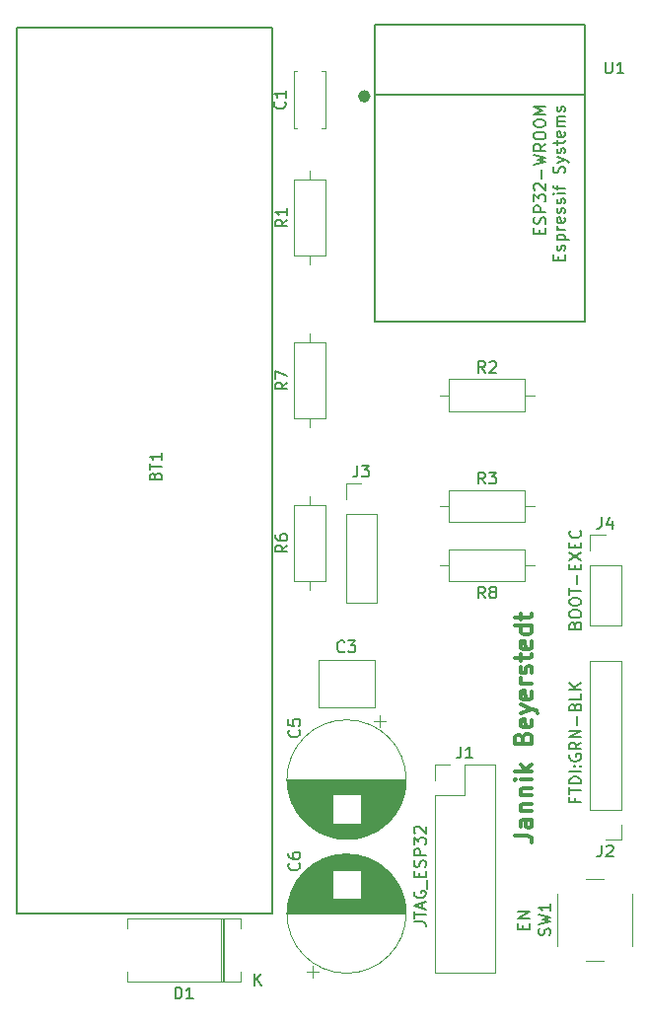
<source format=gto>
G04 #@! TF.GenerationSoftware,KiCad,Pcbnew,(5.0.0-3-g5ebb6b6)*
G04 #@! TF.CreationDate,2018-08-06T20:02:11+02:00*
G04 #@! TF.ProjectId,esp32-sensornode,65737033322D73656E736F726E6F6465,rev?*
G04 #@! TF.SameCoordinates,Original*
G04 #@! TF.FileFunction,Legend,Top*
G04 #@! TF.FilePolarity,Positive*
%FSLAX46Y46*%
G04 Gerber Fmt 4.6, Leading zero omitted, Abs format (unit mm)*
G04 Created by KiCad (PCBNEW (5.0.0-3-g5ebb6b6)) date Monday, 06 August 2018 at 20:02:11*
%MOMM*%
%LPD*%
G01*
G04 APERTURE LIST*
%ADD10C,0.300000*%
%ADD11C,0.150000*%
%ADD12C,0.120000*%
%ADD13C,0.500000*%
G04 APERTURE END LIST*
D10*
X220793571Y-120339285D02*
X221865000Y-120339285D01*
X222079285Y-120410714D01*
X222222142Y-120553571D01*
X222293571Y-120767857D01*
X222293571Y-120910714D01*
X222293571Y-118982142D02*
X221507857Y-118982142D01*
X221365000Y-119053571D01*
X221293571Y-119196428D01*
X221293571Y-119482142D01*
X221365000Y-119625000D01*
X222222142Y-118982142D02*
X222293571Y-119125000D01*
X222293571Y-119482142D01*
X222222142Y-119625000D01*
X222079285Y-119696428D01*
X221936428Y-119696428D01*
X221793571Y-119625000D01*
X221722142Y-119482142D01*
X221722142Y-119125000D01*
X221650714Y-118982142D01*
X221293571Y-118267857D02*
X222293571Y-118267857D01*
X221436428Y-118267857D02*
X221365000Y-118196428D01*
X221293571Y-118053571D01*
X221293571Y-117839285D01*
X221365000Y-117696428D01*
X221507857Y-117625000D01*
X222293571Y-117625000D01*
X221293571Y-116910714D02*
X222293571Y-116910714D01*
X221436428Y-116910714D02*
X221365000Y-116839285D01*
X221293571Y-116696428D01*
X221293571Y-116482142D01*
X221365000Y-116339285D01*
X221507857Y-116267857D01*
X222293571Y-116267857D01*
X222293571Y-115553571D02*
X221293571Y-115553571D01*
X220793571Y-115553571D02*
X220865000Y-115625000D01*
X220936428Y-115553571D01*
X220865000Y-115482142D01*
X220793571Y-115553571D01*
X220936428Y-115553571D01*
X222293571Y-114839285D02*
X220793571Y-114839285D01*
X221722142Y-114696428D02*
X222293571Y-114267857D01*
X221293571Y-114267857D02*
X221865000Y-114839285D01*
X221507857Y-111982142D02*
X221579285Y-111767857D01*
X221650714Y-111696428D01*
X221793571Y-111625000D01*
X222007857Y-111625000D01*
X222150714Y-111696428D01*
X222222142Y-111767857D01*
X222293571Y-111910714D01*
X222293571Y-112482142D01*
X220793571Y-112482142D01*
X220793571Y-111982142D01*
X220865000Y-111839285D01*
X220936428Y-111767857D01*
X221079285Y-111696428D01*
X221222142Y-111696428D01*
X221365000Y-111767857D01*
X221436428Y-111839285D01*
X221507857Y-111982142D01*
X221507857Y-112482142D01*
X222222142Y-110410714D02*
X222293571Y-110553571D01*
X222293571Y-110839285D01*
X222222142Y-110982142D01*
X222079285Y-111053571D01*
X221507857Y-111053571D01*
X221365000Y-110982142D01*
X221293571Y-110839285D01*
X221293571Y-110553571D01*
X221365000Y-110410714D01*
X221507857Y-110339285D01*
X221650714Y-110339285D01*
X221793571Y-111053571D01*
X221293571Y-109839285D02*
X222293571Y-109482142D01*
X221293571Y-109125000D02*
X222293571Y-109482142D01*
X222650714Y-109625000D01*
X222722142Y-109696428D01*
X222793571Y-109839285D01*
X222222142Y-107982142D02*
X222293571Y-108125000D01*
X222293571Y-108410714D01*
X222222142Y-108553571D01*
X222079285Y-108625000D01*
X221507857Y-108625000D01*
X221365000Y-108553571D01*
X221293571Y-108410714D01*
X221293571Y-108125000D01*
X221365000Y-107982142D01*
X221507857Y-107910714D01*
X221650714Y-107910714D01*
X221793571Y-108625000D01*
X222293571Y-107267857D02*
X221293571Y-107267857D01*
X221579285Y-107267857D02*
X221436428Y-107196428D01*
X221365000Y-107125000D01*
X221293571Y-106982142D01*
X221293571Y-106839285D01*
X222222142Y-106410714D02*
X222293571Y-106267857D01*
X222293571Y-105982142D01*
X222222142Y-105839285D01*
X222079285Y-105767857D01*
X222007857Y-105767857D01*
X221865000Y-105839285D01*
X221793571Y-105982142D01*
X221793571Y-106196428D01*
X221722142Y-106339285D01*
X221579285Y-106410714D01*
X221507857Y-106410714D01*
X221365000Y-106339285D01*
X221293571Y-106196428D01*
X221293571Y-105982142D01*
X221365000Y-105839285D01*
X221293571Y-105339285D02*
X221293571Y-104767857D01*
X220793571Y-105125000D02*
X222079285Y-105125000D01*
X222222142Y-105053571D01*
X222293571Y-104910714D01*
X222293571Y-104767857D01*
X222222142Y-103696428D02*
X222293571Y-103839285D01*
X222293571Y-104125000D01*
X222222142Y-104267857D01*
X222079285Y-104339285D01*
X221507857Y-104339285D01*
X221365000Y-104267857D01*
X221293571Y-104125000D01*
X221293571Y-103839285D01*
X221365000Y-103696428D01*
X221507857Y-103625000D01*
X221650714Y-103625000D01*
X221793571Y-104339285D01*
X222293571Y-102339285D02*
X220793571Y-102339285D01*
X222222142Y-102339285D02*
X222293571Y-102482142D01*
X222293571Y-102767857D01*
X222222142Y-102910714D01*
X222150714Y-102982142D01*
X222007857Y-103053571D01*
X221579285Y-103053571D01*
X221436428Y-102982142D01*
X221365000Y-102910714D01*
X221293571Y-102767857D01*
X221293571Y-102482142D01*
X221365000Y-102339285D01*
X221293571Y-101839285D02*
X221293571Y-101267857D01*
X220793571Y-101625000D02*
X222079285Y-101625000D01*
X222222142Y-101553571D01*
X222293571Y-101410714D01*
X222293571Y-101267857D01*
D11*
G04 #@! TO.C,BT1*
X200030000Y-126995000D02*
X178030000Y-126995000D01*
X200030000Y-50995000D02*
X200030000Y-126995000D01*
X178030000Y-50995000D02*
X200030000Y-50995000D01*
X178030000Y-126995000D02*
X178030000Y-50995000D01*
D12*
G04 #@! TO.C,C3*
X203935000Y-105295000D02*
X208775000Y-105295000D01*
X203935000Y-109335000D02*
X208775000Y-109335000D01*
X203935000Y-105295000D02*
X203935000Y-109335000D01*
X208775000Y-105295000D02*
X208775000Y-109335000D01*
G04 #@! TO.C,J2*
X229930000Y-105350000D02*
X227270000Y-105350000D01*
X229930000Y-118110000D02*
X229930000Y-105350000D01*
X227270000Y-118110000D02*
X227270000Y-105350000D01*
X229930000Y-118110000D02*
X227270000Y-118110000D01*
X229930000Y-119380000D02*
X229930000Y-120710000D01*
X229930000Y-120710000D02*
X228600000Y-120710000D01*
G04 #@! TO.C,J3*
X206315000Y-100390000D02*
X208975000Y-100390000D01*
X206315000Y-92710000D02*
X206315000Y-100390000D01*
X208975000Y-92710000D02*
X208975000Y-100390000D01*
X206315000Y-92710000D02*
X208975000Y-92710000D01*
X206315000Y-91440000D02*
X206315000Y-90110000D01*
X206315000Y-90110000D02*
X207645000Y-90110000D01*
G04 #@! TO.C,J4*
X227270000Y-102295000D02*
X229930000Y-102295000D01*
X227270000Y-97155000D02*
X227270000Y-102295000D01*
X229930000Y-97155000D02*
X229930000Y-102295000D01*
X227270000Y-97155000D02*
X229930000Y-97155000D01*
X227270000Y-95885000D02*
X227270000Y-94555000D01*
X227270000Y-94555000D02*
X228600000Y-94555000D01*
G04 #@! TO.C,R1*
X201830000Y-70580000D02*
X204570000Y-70580000D01*
X204570000Y-70580000D02*
X204570000Y-64040000D01*
X204570000Y-64040000D02*
X201830000Y-64040000D01*
X201830000Y-64040000D02*
X201830000Y-70580000D01*
X203200000Y-71350000D02*
X203200000Y-70580000D01*
X203200000Y-63270000D02*
X203200000Y-64040000D01*
G04 #@! TO.C,R2*
X222480000Y-82550000D02*
X221710000Y-82550000D01*
X214400000Y-82550000D02*
X215170000Y-82550000D01*
X221710000Y-81180000D02*
X215170000Y-81180000D01*
X221710000Y-83920000D02*
X221710000Y-81180000D01*
X215170000Y-83920000D02*
X221710000Y-83920000D01*
X215170000Y-81180000D02*
X215170000Y-83920000D01*
G04 #@! TO.C,R3*
X222480000Y-92075000D02*
X221710000Y-92075000D01*
X214400000Y-92075000D02*
X215170000Y-92075000D01*
X221710000Y-90705000D02*
X215170000Y-90705000D01*
X221710000Y-93445000D02*
X221710000Y-90705000D01*
X215170000Y-93445000D02*
X221710000Y-93445000D01*
X215170000Y-90705000D02*
X215170000Y-93445000D01*
G04 #@! TO.C,R6*
X201830000Y-98520000D02*
X204570000Y-98520000D01*
X204570000Y-98520000D02*
X204570000Y-91980000D01*
X204570000Y-91980000D02*
X201830000Y-91980000D01*
X201830000Y-91980000D02*
X201830000Y-98520000D01*
X203200000Y-99290000D02*
X203200000Y-98520000D01*
X203200000Y-91210000D02*
X203200000Y-91980000D01*
G04 #@! TO.C,R7*
X201830000Y-84550000D02*
X204570000Y-84550000D01*
X204570000Y-84550000D02*
X204570000Y-78010000D01*
X204570000Y-78010000D02*
X201830000Y-78010000D01*
X201830000Y-78010000D02*
X201830000Y-84550000D01*
X203200000Y-85320000D02*
X203200000Y-84550000D01*
X203200000Y-77240000D02*
X203200000Y-78010000D01*
D13*
G04 #@! TO.C,U1*
X208182981Y-56896000D02*
G75*
G03X208182981Y-56896000I-283981J0D01*
G01*
D11*
X226805000Y-56750000D02*
X208805000Y-56750000D01*
X208805000Y-50750000D02*
X208805000Y-76250000D01*
X226805000Y-50750000D02*
X226805000Y-76250000D01*
X226805000Y-76250000D02*
X208805000Y-76250000D01*
X226805000Y-50750000D02*
X208805000Y-50750000D01*
D12*
G04 #@! TO.C,SW1*
X230925000Y-129810000D02*
X230925000Y-125310000D01*
X226925000Y-131060000D02*
X228425000Y-131060000D01*
X224425000Y-125310000D02*
X224425000Y-129810000D01*
X228425000Y-124060000D02*
X226925000Y-124060000D01*
G04 #@! TO.C,R8*
X221710000Y-98525000D02*
X221710000Y-95785000D01*
X221710000Y-95785000D02*
X215170000Y-95785000D01*
X215170000Y-95785000D02*
X215170000Y-98525000D01*
X215170000Y-98525000D02*
X221710000Y-98525000D01*
X222480000Y-97155000D02*
X221710000Y-97155000D01*
X214400000Y-97155000D02*
X215170000Y-97155000D01*
G04 #@! TO.C,J1*
X213935000Y-132140000D02*
X219135000Y-132140000D01*
X213935000Y-116840000D02*
X213935000Y-132140000D01*
X219135000Y-114240000D02*
X219135000Y-132140000D01*
X213935000Y-116840000D02*
X216535000Y-116840000D01*
X216535000Y-116840000D02*
X216535000Y-114240000D01*
X216535000Y-114240000D02*
X219135000Y-114240000D01*
X213935000Y-115570000D02*
X213935000Y-114240000D01*
X213935000Y-114240000D02*
X215265000Y-114240000D01*
G04 #@! TO.C,C1*
X201830000Y-59660000D02*
X201830000Y-54720000D01*
X204570000Y-59660000D02*
X204570000Y-54720000D01*
X201830000Y-59660000D02*
X202145000Y-59660000D01*
X204255000Y-59660000D02*
X204570000Y-59660000D01*
X201830000Y-54720000D02*
X202145000Y-54720000D01*
X204255000Y-54720000D02*
X204570000Y-54720000D01*
G04 #@! TO.C,C5*
X211495000Y-115530000D02*
G75*
G03X211495000Y-115530000I-5120000J0D01*
G01*
X211455000Y-115530000D02*
X201295000Y-115530000D01*
X211455000Y-115570000D02*
X201295000Y-115570000D01*
X211455000Y-115610000D02*
X201295000Y-115610000D01*
X211454000Y-115650000D02*
X201296000Y-115650000D01*
X211453000Y-115690000D02*
X201297000Y-115690000D01*
X211452000Y-115730000D02*
X201298000Y-115730000D01*
X211450000Y-115770000D02*
X201300000Y-115770000D01*
X211448000Y-115810000D02*
X201302000Y-115810000D01*
X211445000Y-115850000D02*
X201305000Y-115850000D01*
X211443000Y-115890000D02*
X201307000Y-115890000D01*
X211440000Y-115930000D02*
X201310000Y-115930000D01*
X211437000Y-115970000D02*
X201313000Y-115970000D01*
X211433000Y-116010000D02*
X201317000Y-116010000D01*
X211429000Y-116050000D02*
X201321000Y-116050000D01*
X211425000Y-116090000D02*
X201325000Y-116090000D01*
X211420000Y-116130000D02*
X201330000Y-116130000D01*
X211415000Y-116170000D02*
X201335000Y-116170000D01*
X211410000Y-116210000D02*
X201340000Y-116210000D01*
X211405000Y-116251000D02*
X201345000Y-116251000D01*
X211399000Y-116291000D02*
X201351000Y-116291000D01*
X211393000Y-116331000D02*
X201357000Y-116331000D01*
X211386000Y-116371000D02*
X201364000Y-116371000D01*
X211379000Y-116411000D02*
X201371000Y-116411000D01*
X211372000Y-116451000D02*
X201378000Y-116451000D01*
X211365000Y-116491000D02*
X201385000Y-116491000D01*
X211357000Y-116531000D02*
X201393000Y-116531000D01*
X211349000Y-116571000D02*
X201401000Y-116571000D01*
X211340000Y-116611000D02*
X201410000Y-116611000D01*
X211331000Y-116651000D02*
X201419000Y-116651000D01*
X211322000Y-116691000D02*
X201428000Y-116691000D01*
X211313000Y-116731000D02*
X201437000Y-116731000D01*
X211303000Y-116771000D02*
X201447000Y-116771000D01*
X211293000Y-116811000D02*
X207616000Y-116811000D01*
X205134000Y-116811000D02*
X201457000Y-116811000D01*
X211282000Y-116851000D02*
X207616000Y-116851000D01*
X205134000Y-116851000D02*
X201468000Y-116851000D01*
X211272000Y-116891000D02*
X207616000Y-116891000D01*
X205134000Y-116891000D02*
X201478000Y-116891000D01*
X211260000Y-116931000D02*
X207616000Y-116931000D01*
X205134000Y-116931000D02*
X201490000Y-116931000D01*
X211249000Y-116971000D02*
X207616000Y-116971000D01*
X205134000Y-116971000D02*
X201501000Y-116971000D01*
X211237000Y-117011000D02*
X207616000Y-117011000D01*
X205134000Y-117011000D02*
X201513000Y-117011000D01*
X211225000Y-117051000D02*
X207616000Y-117051000D01*
X205134000Y-117051000D02*
X201525000Y-117051000D01*
X211212000Y-117091000D02*
X207616000Y-117091000D01*
X205134000Y-117091000D02*
X201538000Y-117091000D01*
X211199000Y-117131000D02*
X207616000Y-117131000D01*
X205134000Y-117131000D02*
X201551000Y-117131000D01*
X211186000Y-117171000D02*
X207616000Y-117171000D01*
X205134000Y-117171000D02*
X201564000Y-117171000D01*
X211172000Y-117211000D02*
X207616000Y-117211000D01*
X205134000Y-117211000D02*
X201578000Y-117211000D01*
X211158000Y-117251000D02*
X207616000Y-117251000D01*
X205134000Y-117251000D02*
X201592000Y-117251000D01*
X211143000Y-117291000D02*
X207616000Y-117291000D01*
X205134000Y-117291000D02*
X201607000Y-117291000D01*
X211129000Y-117331000D02*
X207616000Y-117331000D01*
X205134000Y-117331000D02*
X201621000Y-117331000D01*
X211113000Y-117371000D02*
X207616000Y-117371000D01*
X205134000Y-117371000D02*
X201637000Y-117371000D01*
X211098000Y-117411000D02*
X207616000Y-117411000D01*
X205134000Y-117411000D02*
X201652000Y-117411000D01*
X211082000Y-117451000D02*
X207616000Y-117451000D01*
X205134000Y-117451000D02*
X201668000Y-117451000D01*
X211065000Y-117491000D02*
X207616000Y-117491000D01*
X205134000Y-117491000D02*
X201685000Y-117491000D01*
X211049000Y-117531000D02*
X207616000Y-117531000D01*
X205134000Y-117531000D02*
X201701000Y-117531000D01*
X211032000Y-117571000D02*
X207616000Y-117571000D01*
X205134000Y-117571000D02*
X201718000Y-117571000D01*
X211014000Y-117611000D02*
X207616000Y-117611000D01*
X205134000Y-117611000D02*
X201736000Y-117611000D01*
X210996000Y-117651000D02*
X207616000Y-117651000D01*
X205134000Y-117651000D02*
X201754000Y-117651000D01*
X210978000Y-117691000D02*
X207616000Y-117691000D01*
X205134000Y-117691000D02*
X201772000Y-117691000D01*
X210959000Y-117731000D02*
X207616000Y-117731000D01*
X205134000Y-117731000D02*
X201791000Y-117731000D01*
X210939000Y-117771000D02*
X207616000Y-117771000D01*
X205134000Y-117771000D02*
X201811000Y-117771000D01*
X210920000Y-117811000D02*
X207616000Y-117811000D01*
X205134000Y-117811000D02*
X201830000Y-117811000D01*
X210900000Y-117851000D02*
X207616000Y-117851000D01*
X205134000Y-117851000D02*
X201850000Y-117851000D01*
X210879000Y-117891000D02*
X207616000Y-117891000D01*
X205134000Y-117891000D02*
X201871000Y-117891000D01*
X210858000Y-117931000D02*
X207616000Y-117931000D01*
X205134000Y-117931000D02*
X201892000Y-117931000D01*
X210837000Y-117971000D02*
X207616000Y-117971000D01*
X205134000Y-117971000D02*
X201913000Y-117971000D01*
X210815000Y-118011000D02*
X207616000Y-118011000D01*
X205134000Y-118011000D02*
X201935000Y-118011000D01*
X210792000Y-118051000D02*
X207616000Y-118051000D01*
X205134000Y-118051000D02*
X201958000Y-118051000D01*
X210770000Y-118091000D02*
X207616000Y-118091000D01*
X205134000Y-118091000D02*
X201980000Y-118091000D01*
X210746000Y-118131000D02*
X207616000Y-118131000D01*
X205134000Y-118131000D02*
X202004000Y-118131000D01*
X210722000Y-118171000D02*
X207616000Y-118171000D01*
X205134000Y-118171000D02*
X202028000Y-118171000D01*
X210698000Y-118211000D02*
X207616000Y-118211000D01*
X205134000Y-118211000D02*
X202052000Y-118211000D01*
X210673000Y-118251000D02*
X207616000Y-118251000D01*
X205134000Y-118251000D02*
X202077000Y-118251000D01*
X210648000Y-118291000D02*
X207616000Y-118291000D01*
X205134000Y-118291000D02*
X202102000Y-118291000D01*
X210622000Y-118331000D02*
X207616000Y-118331000D01*
X205134000Y-118331000D02*
X202128000Y-118331000D01*
X210596000Y-118371000D02*
X207616000Y-118371000D01*
X205134000Y-118371000D02*
X202154000Y-118371000D01*
X210569000Y-118411000D02*
X207616000Y-118411000D01*
X205134000Y-118411000D02*
X202181000Y-118411000D01*
X210541000Y-118451000D02*
X207616000Y-118451000D01*
X205134000Y-118451000D02*
X202209000Y-118451000D01*
X210513000Y-118491000D02*
X207616000Y-118491000D01*
X205134000Y-118491000D02*
X202237000Y-118491000D01*
X210485000Y-118531000D02*
X207616000Y-118531000D01*
X205134000Y-118531000D02*
X202265000Y-118531000D01*
X210455000Y-118571000D02*
X207616000Y-118571000D01*
X205134000Y-118571000D02*
X202295000Y-118571000D01*
X210425000Y-118611000D02*
X207616000Y-118611000D01*
X205134000Y-118611000D02*
X202325000Y-118611000D01*
X210395000Y-118651000D02*
X207616000Y-118651000D01*
X205134000Y-118651000D02*
X202355000Y-118651000D01*
X210364000Y-118691000D02*
X207616000Y-118691000D01*
X205134000Y-118691000D02*
X202386000Y-118691000D01*
X210332000Y-118731000D02*
X207616000Y-118731000D01*
X205134000Y-118731000D02*
X202418000Y-118731000D01*
X210300000Y-118771000D02*
X207616000Y-118771000D01*
X205134000Y-118771000D02*
X202450000Y-118771000D01*
X210267000Y-118811000D02*
X207616000Y-118811000D01*
X205134000Y-118811000D02*
X202483000Y-118811000D01*
X210233000Y-118851000D02*
X207616000Y-118851000D01*
X205134000Y-118851000D02*
X202517000Y-118851000D01*
X210199000Y-118891000D02*
X207616000Y-118891000D01*
X205134000Y-118891000D02*
X202551000Y-118891000D01*
X210164000Y-118931000D02*
X207616000Y-118931000D01*
X205134000Y-118931000D02*
X202586000Y-118931000D01*
X210128000Y-118971000D02*
X207616000Y-118971000D01*
X205134000Y-118971000D02*
X202622000Y-118971000D01*
X210091000Y-119011000D02*
X207616000Y-119011000D01*
X205134000Y-119011000D02*
X202659000Y-119011000D01*
X210054000Y-119051000D02*
X207616000Y-119051000D01*
X205134000Y-119051000D02*
X202696000Y-119051000D01*
X210015000Y-119091000D02*
X207616000Y-119091000D01*
X205134000Y-119091000D02*
X202735000Y-119091000D01*
X209976000Y-119131000D02*
X207616000Y-119131000D01*
X205134000Y-119131000D02*
X202774000Y-119131000D01*
X209936000Y-119171000D02*
X207616000Y-119171000D01*
X205134000Y-119171000D02*
X202814000Y-119171000D01*
X209895000Y-119211000D02*
X207616000Y-119211000D01*
X205134000Y-119211000D02*
X202855000Y-119211000D01*
X209853000Y-119251000D02*
X207616000Y-119251000D01*
X205134000Y-119251000D02*
X202897000Y-119251000D01*
X209811000Y-119291000D02*
X202939000Y-119291000D01*
X209767000Y-119331000D02*
X202983000Y-119331000D01*
X209722000Y-119371000D02*
X203028000Y-119371000D01*
X209676000Y-119411000D02*
X203074000Y-119411000D01*
X209629000Y-119451000D02*
X203121000Y-119451000D01*
X209581000Y-119491000D02*
X203169000Y-119491000D01*
X209531000Y-119531000D02*
X203219000Y-119531000D01*
X209481000Y-119571000D02*
X203269000Y-119571000D01*
X209429000Y-119611000D02*
X203321000Y-119611000D01*
X209375000Y-119651000D02*
X203375000Y-119651000D01*
X209320000Y-119691000D02*
X203430000Y-119691000D01*
X209264000Y-119731000D02*
X203486000Y-119731000D01*
X209205000Y-119771000D02*
X203545000Y-119771000D01*
X209145000Y-119811000D02*
X203605000Y-119811000D01*
X209084000Y-119851000D02*
X203666000Y-119851000D01*
X209020000Y-119891000D02*
X203730000Y-119891000D01*
X208954000Y-119931000D02*
X203796000Y-119931000D01*
X208885000Y-119971000D02*
X203865000Y-119971000D01*
X208814000Y-120011000D02*
X203936000Y-120011000D01*
X208740000Y-120051000D02*
X204010000Y-120051000D01*
X208664000Y-120091000D02*
X204086000Y-120091000D01*
X208584000Y-120131000D02*
X204166000Y-120131000D01*
X208500000Y-120171000D02*
X204250000Y-120171000D01*
X208412000Y-120211000D02*
X204338000Y-120211000D01*
X208319000Y-120251000D02*
X204431000Y-120251000D01*
X208221000Y-120291000D02*
X204529000Y-120291000D01*
X208117000Y-120331000D02*
X204633000Y-120331000D01*
X208005000Y-120371000D02*
X204745000Y-120371000D01*
X207885000Y-120411000D02*
X204865000Y-120411000D01*
X207753000Y-120451000D02*
X204997000Y-120451000D01*
X207605000Y-120491000D02*
X205145000Y-120491000D01*
X207437000Y-120531000D02*
X205313000Y-120531000D01*
X207237000Y-120571000D02*
X205513000Y-120571000D01*
X206974000Y-120611000D02*
X205776000Y-120611000D01*
X209250000Y-110050354D02*
X209250000Y-111050354D01*
X209750000Y-110550354D02*
X208750000Y-110550354D01*
G04 #@! TO.C,C6*
X203000000Y-132019646D02*
X204000000Y-132019646D01*
X203500000Y-132519646D02*
X203500000Y-131519646D01*
X205776000Y-121959000D02*
X206974000Y-121959000D01*
X205513000Y-121999000D02*
X207237000Y-121999000D01*
X205313000Y-122039000D02*
X207437000Y-122039000D01*
X205145000Y-122079000D02*
X207605000Y-122079000D01*
X204997000Y-122119000D02*
X207753000Y-122119000D01*
X204865000Y-122159000D02*
X207885000Y-122159000D01*
X204745000Y-122199000D02*
X208005000Y-122199000D01*
X204633000Y-122239000D02*
X208117000Y-122239000D01*
X204529000Y-122279000D02*
X208221000Y-122279000D01*
X204431000Y-122319000D02*
X208319000Y-122319000D01*
X204338000Y-122359000D02*
X208412000Y-122359000D01*
X204250000Y-122399000D02*
X208500000Y-122399000D01*
X204166000Y-122439000D02*
X208584000Y-122439000D01*
X204086000Y-122479000D02*
X208664000Y-122479000D01*
X204010000Y-122519000D02*
X208740000Y-122519000D01*
X203936000Y-122559000D02*
X208814000Y-122559000D01*
X203865000Y-122599000D02*
X208885000Y-122599000D01*
X203796000Y-122639000D02*
X208954000Y-122639000D01*
X203730000Y-122679000D02*
X209020000Y-122679000D01*
X203666000Y-122719000D02*
X209084000Y-122719000D01*
X203605000Y-122759000D02*
X209145000Y-122759000D01*
X203545000Y-122799000D02*
X209205000Y-122799000D01*
X203486000Y-122839000D02*
X209264000Y-122839000D01*
X203430000Y-122879000D02*
X209320000Y-122879000D01*
X203375000Y-122919000D02*
X209375000Y-122919000D01*
X203321000Y-122959000D02*
X209429000Y-122959000D01*
X203269000Y-122999000D02*
X209481000Y-122999000D01*
X203219000Y-123039000D02*
X209531000Y-123039000D01*
X203169000Y-123079000D02*
X209581000Y-123079000D01*
X203121000Y-123119000D02*
X209629000Y-123119000D01*
X203074000Y-123159000D02*
X209676000Y-123159000D01*
X203028000Y-123199000D02*
X209722000Y-123199000D01*
X202983000Y-123239000D02*
X209767000Y-123239000D01*
X202939000Y-123279000D02*
X209811000Y-123279000D01*
X207616000Y-123319000D02*
X209853000Y-123319000D01*
X202897000Y-123319000D02*
X205134000Y-123319000D01*
X207616000Y-123359000D02*
X209895000Y-123359000D01*
X202855000Y-123359000D02*
X205134000Y-123359000D01*
X207616000Y-123399000D02*
X209936000Y-123399000D01*
X202814000Y-123399000D02*
X205134000Y-123399000D01*
X207616000Y-123439000D02*
X209976000Y-123439000D01*
X202774000Y-123439000D02*
X205134000Y-123439000D01*
X207616000Y-123479000D02*
X210015000Y-123479000D01*
X202735000Y-123479000D02*
X205134000Y-123479000D01*
X207616000Y-123519000D02*
X210054000Y-123519000D01*
X202696000Y-123519000D02*
X205134000Y-123519000D01*
X207616000Y-123559000D02*
X210091000Y-123559000D01*
X202659000Y-123559000D02*
X205134000Y-123559000D01*
X207616000Y-123599000D02*
X210128000Y-123599000D01*
X202622000Y-123599000D02*
X205134000Y-123599000D01*
X207616000Y-123639000D02*
X210164000Y-123639000D01*
X202586000Y-123639000D02*
X205134000Y-123639000D01*
X207616000Y-123679000D02*
X210199000Y-123679000D01*
X202551000Y-123679000D02*
X205134000Y-123679000D01*
X207616000Y-123719000D02*
X210233000Y-123719000D01*
X202517000Y-123719000D02*
X205134000Y-123719000D01*
X207616000Y-123759000D02*
X210267000Y-123759000D01*
X202483000Y-123759000D02*
X205134000Y-123759000D01*
X207616000Y-123799000D02*
X210300000Y-123799000D01*
X202450000Y-123799000D02*
X205134000Y-123799000D01*
X207616000Y-123839000D02*
X210332000Y-123839000D01*
X202418000Y-123839000D02*
X205134000Y-123839000D01*
X207616000Y-123879000D02*
X210364000Y-123879000D01*
X202386000Y-123879000D02*
X205134000Y-123879000D01*
X207616000Y-123919000D02*
X210395000Y-123919000D01*
X202355000Y-123919000D02*
X205134000Y-123919000D01*
X207616000Y-123959000D02*
X210425000Y-123959000D01*
X202325000Y-123959000D02*
X205134000Y-123959000D01*
X207616000Y-123999000D02*
X210455000Y-123999000D01*
X202295000Y-123999000D02*
X205134000Y-123999000D01*
X207616000Y-124039000D02*
X210485000Y-124039000D01*
X202265000Y-124039000D02*
X205134000Y-124039000D01*
X207616000Y-124079000D02*
X210513000Y-124079000D01*
X202237000Y-124079000D02*
X205134000Y-124079000D01*
X207616000Y-124119000D02*
X210541000Y-124119000D01*
X202209000Y-124119000D02*
X205134000Y-124119000D01*
X207616000Y-124159000D02*
X210569000Y-124159000D01*
X202181000Y-124159000D02*
X205134000Y-124159000D01*
X207616000Y-124199000D02*
X210596000Y-124199000D01*
X202154000Y-124199000D02*
X205134000Y-124199000D01*
X207616000Y-124239000D02*
X210622000Y-124239000D01*
X202128000Y-124239000D02*
X205134000Y-124239000D01*
X207616000Y-124279000D02*
X210648000Y-124279000D01*
X202102000Y-124279000D02*
X205134000Y-124279000D01*
X207616000Y-124319000D02*
X210673000Y-124319000D01*
X202077000Y-124319000D02*
X205134000Y-124319000D01*
X207616000Y-124359000D02*
X210698000Y-124359000D01*
X202052000Y-124359000D02*
X205134000Y-124359000D01*
X207616000Y-124399000D02*
X210722000Y-124399000D01*
X202028000Y-124399000D02*
X205134000Y-124399000D01*
X207616000Y-124439000D02*
X210746000Y-124439000D01*
X202004000Y-124439000D02*
X205134000Y-124439000D01*
X207616000Y-124479000D02*
X210770000Y-124479000D01*
X201980000Y-124479000D02*
X205134000Y-124479000D01*
X207616000Y-124519000D02*
X210792000Y-124519000D01*
X201958000Y-124519000D02*
X205134000Y-124519000D01*
X207616000Y-124559000D02*
X210815000Y-124559000D01*
X201935000Y-124559000D02*
X205134000Y-124559000D01*
X207616000Y-124599000D02*
X210837000Y-124599000D01*
X201913000Y-124599000D02*
X205134000Y-124599000D01*
X207616000Y-124639000D02*
X210858000Y-124639000D01*
X201892000Y-124639000D02*
X205134000Y-124639000D01*
X207616000Y-124679000D02*
X210879000Y-124679000D01*
X201871000Y-124679000D02*
X205134000Y-124679000D01*
X207616000Y-124719000D02*
X210900000Y-124719000D01*
X201850000Y-124719000D02*
X205134000Y-124719000D01*
X207616000Y-124759000D02*
X210920000Y-124759000D01*
X201830000Y-124759000D02*
X205134000Y-124759000D01*
X207616000Y-124799000D02*
X210939000Y-124799000D01*
X201811000Y-124799000D02*
X205134000Y-124799000D01*
X207616000Y-124839000D02*
X210959000Y-124839000D01*
X201791000Y-124839000D02*
X205134000Y-124839000D01*
X207616000Y-124879000D02*
X210978000Y-124879000D01*
X201772000Y-124879000D02*
X205134000Y-124879000D01*
X207616000Y-124919000D02*
X210996000Y-124919000D01*
X201754000Y-124919000D02*
X205134000Y-124919000D01*
X207616000Y-124959000D02*
X211014000Y-124959000D01*
X201736000Y-124959000D02*
X205134000Y-124959000D01*
X207616000Y-124999000D02*
X211032000Y-124999000D01*
X201718000Y-124999000D02*
X205134000Y-124999000D01*
X207616000Y-125039000D02*
X211049000Y-125039000D01*
X201701000Y-125039000D02*
X205134000Y-125039000D01*
X207616000Y-125079000D02*
X211065000Y-125079000D01*
X201685000Y-125079000D02*
X205134000Y-125079000D01*
X207616000Y-125119000D02*
X211082000Y-125119000D01*
X201668000Y-125119000D02*
X205134000Y-125119000D01*
X207616000Y-125159000D02*
X211098000Y-125159000D01*
X201652000Y-125159000D02*
X205134000Y-125159000D01*
X207616000Y-125199000D02*
X211113000Y-125199000D01*
X201637000Y-125199000D02*
X205134000Y-125199000D01*
X207616000Y-125239000D02*
X211129000Y-125239000D01*
X201621000Y-125239000D02*
X205134000Y-125239000D01*
X207616000Y-125279000D02*
X211143000Y-125279000D01*
X201607000Y-125279000D02*
X205134000Y-125279000D01*
X207616000Y-125319000D02*
X211158000Y-125319000D01*
X201592000Y-125319000D02*
X205134000Y-125319000D01*
X207616000Y-125359000D02*
X211172000Y-125359000D01*
X201578000Y-125359000D02*
X205134000Y-125359000D01*
X207616000Y-125399000D02*
X211186000Y-125399000D01*
X201564000Y-125399000D02*
X205134000Y-125399000D01*
X207616000Y-125439000D02*
X211199000Y-125439000D01*
X201551000Y-125439000D02*
X205134000Y-125439000D01*
X207616000Y-125479000D02*
X211212000Y-125479000D01*
X201538000Y-125479000D02*
X205134000Y-125479000D01*
X207616000Y-125519000D02*
X211225000Y-125519000D01*
X201525000Y-125519000D02*
X205134000Y-125519000D01*
X207616000Y-125559000D02*
X211237000Y-125559000D01*
X201513000Y-125559000D02*
X205134000Y-125559000D01*
X207616000Y-125599000D02*
X211249000Y-125599000D01*
X201501000Y-125599000D02*
X205134000Y-125599000D01*
X207616000Y-125639000D02*
X211260000Y-125639000D01*
X201490000Y-125639000D02*
X205134000Y-125639000D01*
X207616000Y-125679000D02*
X211272000Y-125679000D01*
X201478000Y-125679000D02*
X205134000Y-125679000D01*
X207616000Y-125719000D02*
X211282000Y-125719000D01*
X201468000Y-125719000D02*
X205134000Y-125719000D01*
X207616000Y-125759000D02*
X211293000Y-125759000D01*
X201457000Y-125759000D02*
X205134000Y-125759000D01*
X201447000Y-125799000D02*
X211303000Y-125799000D01*
X201437000Y-125839000D02*
X211313000Y-125839000D01*
X201428000Y-125879000D02*
X211322000Y-125879000D01*
X201419000Y-125919000D02*
X211331000Y-125919000D01*
X201410000Y-125959000D02*
X211340000Y-125959000D01*
X201401000Y-125999000D02*
X211349000Y-125999000D01*
X201393000Y-126039000D02*
X211357000Y-126039000D01*
X201385000Y-126079000D02*
X211365000Y-126079000D01*
X201378000Y-126119000D02*
X211372000Y-126119000D01*
X201371000Y-126159000D02*
X211379000Y-126159000D01*
X201364000Y-126199000D02*
X211386000Y-126199000D01*
X201357000Y-126239000D02*
X211393000Y-126239000D01*
X201351000Y-126279000D02*
X211399000Y-126279000D01*
X201345000Y-126319000D02*
X211405000Y-126319000D01*
X201340000Y-126360000D02*
X211410000Y-126360000D01*
X201335000Y-126400000D02*
X211415000Y-126400000D01*
X201330000Y-126440000D02*
X211420000Y-126440000D01*
X201325000Y-126480000D02*
X211425000Y-126480000D01*
X201321000Y-126520000D02*
X211429000Y-126520000D01*
X201317000Y-126560000D02*
X211433000Y-126560000D01*
X201313000Y-126600000D02*
X211437000Y-126600000D01*
X201310000Y-126640000D02*
X211440000Y-126640000D01*
X201307000Y-126680000D02*
X211443000Y-126680000D01*
X201305000Y-126720000D02*
X211445000Y-126720000D01*
X201302000Y-126760000D02*
X211448000Y-126760000D01*
X201300000Y-126800000D02*
X211450000Y-126800000D01*
X201298000Y-126840000D02*
X211452000Y-126840000D01*
X201297000Y-126880000D02*
X211453000Y-126880000D01*
X201296000Y-126920000D02*
X211454000Y-126920000D01*
X201295000Y-126960000D02*
X211455000Y-126960000D01*
X201295000Y-127000000D02*
X211455000Y-127000000D01*
X201295000Y-127040000D02*
X211455000Y-127040000D01*
X211495000Y-127040000D02*
G75*
G03X211495000Y-127040000I-5120000J0D01*
G01*
G04 #@! TO.C,D1*
X197275000Y-132015000D02*
X197275000Y-132895000D01*
X197275000Y-132895000D02*
X187535000Y-132895000D01*
X187535000Y-132895000D02*
X187535000Y-132015000D01*
X197275000Y-128335000D02*
X197275000Y-127455000D01*
X197275000Y-127455000D02*
X187535000Y-127455000D01*
X187535000Y-127455000D02*
X187535000Y-128335000D01*
X195730000Y-132895000D02*
X195730000Y-127455000D01*
X195610000Y-132895000D02*
X195610000Y-127455000D01*
X195850000Y-132895000D02*
X195850000Y-127455000D01*
G04 #@! TO.C,BT1*
D11*
X189958571Y-89480714D02*
X190006190Y-89337857D01*
X190053809Y-89290238D01*
X190149047Y-89242619D01*
X190291904Y-89242619D01*
X190387142Y-89290238D01*
X190434761Y-89337857D01*
X190482380Y-89433095D01*
X190482380Y-89814047D01*
X189482380Y-89814047D01*
X189482380Y-89480714D01*
X189530000Y-89385476D01*
X189577619Y-89337857D01*
X189672857Y-89290238D01*
X189768095Y-89290238D01*
X189863333Y-89337857D01*
X189910952Y-89385476D01*
X189958571Y-89480714D01*
X189958571Y-89814047D01*
X189482380Y-88956904D02*
X189482380Y-88385476D01*
X190482380Y-88671190D02*
X189482380Y-88671190D01*
X190482380Y-87528333D02*
X190482380Y-88099761D01*
X190482380Y-87814047D02*
X189482380Y-87814047D01*
X189625238Y-87909285D01*
X189720476Y-88004523D01*
X189768095Y-88099761D01*
G04 #@! TO.C,C3*
X206188333Y-104522142D02*
X206140714Y-104569761D01*
X205997857Y-104617380D01*
X205902619Y-104617380D01*
X205759761Y-104569761D01*
X205664523Y-104474523D01*
X205616904Y-104379285D01*
X205569285Y-104188809D01*
X205569285Y-104045952D01*
X205616904Y-103855476D01*
X205664523Y-103760238D01*
X205759761Y-103665000D01*
X205902619Y-103617380D01*
X205997857Y-103617380D01*
X206140714Y-103665000D01*
X206188333Y-103712619D01*
X206521666Y-103617380D02*
X207140714Y-103617380D01*
X206807380Y-103998333D01*
X206950238Y-103998333D01*
X207045476Y-104045952D01*
X207093095Y-104093571D01*
X207140714Y-104188809D01*
X207140714Y-104426904D01*
X207093095Y-104522142D01*
X207045476Y-104569761D01*
X206950238Y-104617380D01*
X206664523Y-104617380D01*
X206569285Y-104569761D01*
X206521666Y-104522142D01*
G04 #@! TO.C,J2*
X228266666Y-121162380D02*
X228266666Y-121876666D01*
X228219047Y-122019523D01*
X228123809Y-122114761D01*
X227980952Y-122162380D01*
X227885714Y-122162380D01*
X228695238Y-121257619D02*
X228742857Y-121210000D01*
X228838095Y-121162380D01*
X229076190Y-121162380D01*
X229171428Y-121210000D01*
X229219047Y-121257619D01*
X229266666Y-121352857D01*
X229266666Y-121448095D01*
X229219047Y-121590952D01*
X228647619Y-122162380D01*
X229266666Y-122162380D01*
X225988571Y-117156904D02*
X225988571Y-117490238D01*
X226512380Y-117490238D02*
X225512380Y-117490238D01*
X225512380Y-117014047D01*
X225512380Y-116775952D02*
X225512380Y-116204523D01*
X226512380Y-116490238D02*
X225512380Y-116490238D01*
X226512380Y-115871190D02*
X225512380Y-115871190D01*
X225512380Y-115633095D01*
X225560000Y-115490238D01*
X225655238Y-115395000D01*
X225750476Y-115347380D01*
X225940952Y-115299761D01*
X226083809Y-115299761D01*
X226274285Y-115347380D01*
X226369523Y-115395000D01*
X226464761Y-115490238D01*
X226512380Y-115633095D01*
X226512380Y-115871190D01*
X226512380Y-114871190D02*
X225512380Y-114871190D01*
X226417142Y-114395000D02*
X226464761Y-114347380D01*
X226512380Y-114395000D01*
X226464761Y-114442619D01*
X226417142Y-114395000D01*
X226512380Y-114395000D01*
X225893333Y-114395000D02*
X225940952Y-114347380D01*
X225988571Y-114395000D01*
X225940952Y-114442619D01*
X225893333Y-114395000D01*
X225988571Y-114395000D01*
X225560000Y-113395000D02*
X225512380Y-113490238D01*
X225512380Y-113633095D01*
X225560000Y-113775952D01*
X225655238Y-113871190D01*
X225750476Y-113918809D01*
X225940952Y-113966428D01*
X226083809Y-113966428D01*
X226274285Y-113918809D01*
X226369523Y-113871190D01*
X226464761Y-113775952D01*
X226512380Y-113633095D01*
X226512380Y-113537857D01*
X226464761Y-113395000D01*
X226417142Y-113347380D01*
X226083809Y-113347380D01*
X226083809Y-113537857D01*
X226512380Y-112347380D02*
X226036190Y-112680714D01*
X226512380Y-112918809D02*
X225512380Y-112918809D01*
X225512380Y-112537857D01*
X225560000Y-112442619D01*
X225607619Y-112395000D01*
X225702857Y-112347380D01*
X225845714Y-112347380D01*
X225940952Y-112395000D01*
X225988571Y-112442619D01*
X226036190Y-112537857D01*
X226036190Y-112918809D01*
X226512380Y-111918809D02*
X225512380Y-111918809D01*
X226512380Y-111347380D01*
X225512380Y-111347380D01*
X226131428Y-110871190D02*
X226131428Y-110109285D01*
X225988571Y-109299761D02*
X226036190Y-109156904D01*
X226083809Y-109109285D01*
X226179047Y-109061666D01*
X226321904Y-109061666D01*
X226417142Y-109109285D01*
X226464761Y-109156904D01*
X226512380Y-109252142D01*
X226512380Y-109633095D01*
X225512380Y-109633095D01*
X225512380Y-109299761D01*
X225560000Y-109204523D01*
X225607619Y-109156904D01*
X225702857Y-109109285D01*
X225798095Y-109109285D01*
X225893333Y-109156904D01*
X225940952Y-109204523D01*
X225988571Y-109299761D01*
X225988571Y-109633095D01*
X226512380Y-108156904D02*
X226512380Y-108633095D01*
X225512380Y-108633095D01*
X226512380Y-107823571D02*
X225512380Y-107823571D01*
X226512380Y-107252142D02*
X225940952Y-107680714D01*
X225512380Y-107252142D02*
X226083809Y-107823571D01*
G04 #@! TO.C,J3*
X207311666Y-88562380D02*
X207311666Y-89276666D01*
X207264047Y-89419523D01*
X207168809Y-89514761D01*
X207025952Y-89562380D01*
X206930714Y-89562380D01*
X207692619Y-88562380D02*
X208311666Y-88562380D01*
X207978333Y-88943333D01*
X208121190Y-88943333D01*
X208216428Y-88990952D01*
X208264047Y-89038571D01*
X208311666Y-89133809D01*
X208311666Y-89371904D01*
X208264047Y-89467142D01*
X208216428Y-89514761D01*
X208121190Y-89562380D01*
X207835476Y-89562380D01*
X207740238Y-89514761D01*
X207692619Y-89467142D01*
G04 #@! TO.C,J4*
X228266666Y-93007380D02*
X228266666Y-93721666D01*
X228219047Y-93864523D01*
X228123809Y-93959761D01*
X227980952Y-94007380D01*
X227885714Y-94007380D01*
X229171428Y-93340714D02*
X229171428Y-94007380D01*
X228933333Y-92959761D02*
X228695238Y-93674047D01*
X229314285Y-93674047D01*
X225988571Y-102282142D02*
X226036190Y-102139285D01*
X226083809Y-102091666D01*
X226179047Y-102044047D01*
X226321904Y-102044047D01*
X226417142Y-102091666D01*
X226464761Y-102139285D01*
X226512380Y-102234523D01*
X226512380Y-102615476D01*
X225512380Y-102615476D01*
X225512380Y-102282142D01*
X225560000Y-102186904D01*
X225607619Y-102139285D01*
X225702857Y-102091666D01*
X225798095Y-102091666D01*
X225893333Y-102139285D01*
X225940952Y-102186904D01*
X225988571Y-102282142D01*
X225988571Y-102615476D01*
X225512380Y-101425000D02*
X225512380Y-101234523D01*
X225560000Y-101139285D01*
X225655238Y-101044047D01*
X225845714Y-100996428D01*
X226179047Y-100996428D01*
X226369523Y-101044047D01*
X226464761Y-101139285D01*
X226512380Y-101234523D01*
X226512380Y-101425000D01*
X226464761Y-101520238D01*
X226369523Y-101615476D01*
X226179047Y-101663095D01*
X225845714Y-101663095D01*
X225655238Y-101615476D01*
X225560000Y-101520238D01*
X225512380Y-101425000D01*
X225512380Y-100377380D02*
X225512380Y-100186904D01*
X225560000Y-100091666D01*
X225655238Y-99996428D01*
X225845714Y-99948809D01*
X226179047Y-99948809D01*
X226369523Y-99996428D01*
X226464761Y-100091666D01*
X226512380Y-100186904D01*
X226512380Y-100377380D01*
X226464761Y-100472619D01*
X226369523Y-100567857D01*
X226179047Y-100615476D01*
X225845714Y-100615476D01*
X225655238Y-100567857D01*
X225560000Y-100472619D01*
X225512380Y-100377380D01*
X225512380Y-99663095D02*
X225512380Y-99091666D01*
X226512380Y-99377380D02*
X225512380Y-99377380D01*
X226131428Y-98758333D02*
X226131428Y-97996428D01*
X225988571Y-97520238D02*
X225988571Y-97186904D01*
X226512380Y-97044047D02*
X226512380Y-97520238D01*
X225512380Y-97520238D01*
X225512380Y-97044047D01*
X225512380Y-96710714D02*
X226512380Y-96044047D01*
X225512380Y-96044047D02*
X226512380Y-96710714D01*
X225988571Y-95663095D02*
X225988571Y-95329761D01*
X226512380Y-95186904D02*
X226512380Y-95663095D01*
X225512380Y-95663095D01*
X225512380Y-95186904D01*
X226417142Y-94186904D02*
X226464761Y-94234523D01*
X226512380Y-94377380D01*
X226512380Y-94472619D01*
X226464761Y-94615476D01*
X226369523Y-94710714D01*
X226274285Y-94758333D01*
X226083809Y-94805952D01*
X225940952Y-94805952D01*
X225750476Y-94758333D01*
X225655238Y-94710714D01*
X225560000Y-94615476D01*
X225512380Y-94472619D01*
X225512380Y-94377380D01*
X225560000Y-94234523D01*
X225607619Y-94186904D01*
G04 #@! TO.C,R1*
X201282380Y-67476666D02*
X200806190Y-67810000D01*
X201282380Y-68048095D02*
X200282380Y-68048095D01*
X200282380Y-67667142D01*
X200330000Y-67571904D01*
X200377619Y-67524285D01*
X200472857Y-67476666D01*
X200615714Y-67476666D01*
X200710952Y-67524285D01*
X200758571Y-67571904D01*
X200806190Y-67667142D01*
X200806190Y-68048095D01*
X201282380Y-66524285D02*
X201282380Y-67095714D01*
X201282380Y-66810000D02*
X200282380Y-66810000D01*
X200425238Y-66905238D01*
X200520476Y-67000476D01*
X200568095Y-67095714D01*
G04 #@! TO.C,R2*
X218273333Y-80632380D02*
X217940000Y-80156190D01*
X217701904Y-80632380D02*
X217701904Y-79632380D01*
X218082857Y-79632380D01*
X218178095Y-79680000D01*
X218225714Y-79727619D01*
X218273333Y-79822857D01*
X218273333Y-79965714D01*
X218225714Y-80060952D01*
X218178095Y-80108571D01*
X218082857Y-80156190D01*
X217701904Y-80156190D01*
X218654285Y-79727619D02*
X218701904Y-79680000D01*
X218797142Y-79632380D01*
X219035238Y-79632380D01*
X219130476Y-79680000D01*
X219178095Y-79727619D01*
X219225714Y-79822857D01*
X219225714Y-79918095D01*
X219178095Y-80060952D01*
X218606666Y-80632380D01*
X219225714Y-80632380D01*
G04 #@! TO.C,R3*
X218273333Y-90157380D02*
X217940000Y-89681190D01*
X217701904Y-90157380D02*
X217701904Y-89157380D01*
X218082857Y-89157380D01*
X218178095Y-89205000D01*
X218225714Y-89252619D01*
X218273333Y-89347857D01*
X218273333Y-89490714D01*
X218225714Y-89585952D01*
X218178095Y-89633571D01*
X218082857Y-89681190D01*
X217701904Y-89681190D01*
X218606666Y-89157380D02*
X219225714Y-89157380D01*
X218892380Y-89538333D01*
X219035238Y-89538333D01*
X219130476Y-89585952D01*
X219178095Y-89633571D01*
X219225714Y-89728809D01*
X219225714Y-89966904D01*
X219178095Y-90062142D01*
X219130476Y-90109761D01*
X219035238Y-90157380D01*
X218749523Y-90157380D01*
X218654285Y-90109761D01*
X218606666Y-90062142D01*
G04 #@! TO.C,R6*
X201282380Y-95416666D02*
X200806190Y-95750000D01*
X201282380Y-95988095D02*
X200282380Y-95988095D01*
X200282380Y-95607142D01*
X200330000Y-95511904D01*
X200377619Y-95464285D01*
X200472857Y-95416666D01*
X200615714Y-95416666D01*
X200710952Y-95464285D01*
X200758571Y-95511904D01*
X200806190Y-95607142D01*
X200806190Y-95988095D01*
X200282380Y-94559523D02*
X200282380Y-94750000D01*
X200330000Y-94845238D01*
X200377619Y-94892857D01*
X200520476Y-94988095D01*
X200710952Y-95035714D01*
X201091904Y-95035714D01*
X201187142Y-94988095D01*
X201234761Y-94940476D01*
X201282380Y-94845238D01*
X201282380Y-94654761D01*
X201234761Y-94559523D01*
X201187142Y-94511904D01*
X201091904Y-94464285D01*
X200853809Y-94464285D01*
X200758571Y-94511904D01*
X200710952Y-94559523D01*
X200663333Y-94654761D01*
X200663333Y-94845238D01*
X200710952Y-94940476D01*
X200758571Y-94988095D01*
X200853809Y-95035714D01*
G04 #@! TO.C,R7*
X201282380Y-81446666D02*
X200806190Y-81780000D01*
X201282380Y-82018095D02*
X200282380Y-82018095D01*
X200282380Y-81637142D01*
X200330000Y-81541904D01*
X200377619Y-81494285D01*
X200472857Y-81446666D01*
X200615714Y-81446666D01*
X200710952Y-81494285D01*
X200758571Y-81541904D01*
X200806190Y-81637142D01*
X200806190Y-82018095D01*
X200282380Y-81113333D02*
X200282380Y-80446666D01*
X201282380Y-80875238D01*
G04 #@! TO.C,U1*
X228600095Y-53935380D02*
X228600095Y-54744904D01*
X228647714Y-54840142D01*
X228695333Y-54887761D01*
X228790571Y-54935380D01*
X228981047Y-54935380D01*
X229076285Y-54887761D01*
X229123904Y-54840142D01*
X229171523Y-54744904D01*
X229171523Y-53935380D01*
X230171523Y-54935380D02*
X229600095Y-54935380D01*
X229885809Y-54935380D02*
X229885809Y-53935380D01*
X229790571Y-54078238D01*
X229695333Y-54173476D01*
X229600095Y-54221095D01*
X224591571Y-70960428D02*
X224591571Y-70627095D01*
X225115380Y-70484238D02*
X225115380Y-70960428D01*
X224115380Y-70960428D01*
X224115380Y-70484238D01*
X225067761Y-70103285D02*
X225115380Y-70008047D01*
X225115380Y-69817571D01*
X225067761Y-69722333D01*
X224972523Y-69674714D01*
X224924904Y-69674714D01*
X224829666Y-69722333D01*
X224782047Y-69817571D01*
X224782047Y-69960428D01*
X224734428Y-70055666D01*
X224639190Y-70103285D01*
X224591571Y-70103285D01*
X224496333Y-70055666D01*
X224448714Y-69960428D01*
X224448714Y-69817571D01*
X224496333Y-69722333D01*
X224448714Y-69246142D02*
X225448714Y-69246142D01*
X224496333Y-69246142D02*
X224448714Y-69150904D01*
X224448714Y-68960428D01*
X224496333Y-68865190D01*
X224543952Y-68817571D01*
X224639190Y-68769952D01*
X224924904Y-68769952D01*
X225020142Y-68817571D01*
X225067761Y-68865190D01*
X225115380Y-68960428D01*
X225115380Y-69150904D01*
X225067761Y-69246142D01*
X225115380Y-68341380D02*
X224448714Y-68341380D01*
X224639190Y-68341380D02*
X224543952Y-68293761D01*
X224496333Y-68246142D01*
X224448714Y-68150904D01*
X224448714Y-68055666D01*
X225067761Y-67341380D02*
X225115380Y-67436619D01*
X225115380Y-67627095D01*
X225067761Y-67722333D01*
X224972523Y-67769952D01*
X224591571Y-67769952D01*
X224496333Y-67722333D01*
X224448714Y-67627095D01*
X224448714Y-67436619D01*
X224496333Y-67341380D01*
X224591571Y-67293761D01*
X224686809Y-67293761D01*
X224782047Y-67769952D01*
X225067761Y-66912809D02*
X225115380Y-66817571D01*
X225115380Y-66627095D01*
X225067761Y-66531857D01*
X224972523Y-66484238D01*
X224924904Y-66484238D01*
X224829666Y-66531857D01*
X224782047Y-66627095D01*
X224782047Y-66769952D01*
X224734428Y-66865190D01*
X224639190Y-66912809D01*
X224591571Y-66912809D01*
X224496333Y-66865190D01*
X224448714Y-66769952D01*
X224448714Y-66627095D01*
X224496333Y-66531857D01*
X225067761Y-66103285D02*
X225115380Y-66008047D01*
X225115380Y-65817571D01*
X225067761Y-65722333D01*
X224972523Y-65674714D01*
X224924904Y-65674714D01*
X224829666Y-65722333D01*
X224782047Y-65817571D01*
X224782047Y-65960428D01*
X224734428Y-66055666D01*
X224639190Y-66103285D01*
X224591571Y-66103285D01*
X224496333Y-66055666D01*
X224448714Y-65960428D01*
X224448714Y-65817571D01*
X224496333Y-65722333D01*
X225115380Y-65246142D02*
X224448714Y-65246142D01*
X224115380Y-65246142D02*
X224163000Y-65293761D01*
X224210619Y-65246142D01*
X224163000Y-65198523D01*
X224115380Y-65246142D01*
X224210619Y-65246142D01*
X224448714Y-64912809D02*
X224448714Y-64531857D01*
X225115380Y-64769952D02*
X224258238Y-64769952D01*
X224163000Y-64722333D01*
X224115380Y-64627095D01*
X224115380Y-64531857D01*
X225067761Y-63484238D02*
X225115380Y-63341380D01*
X225115380Y-63103285D01*
X225067761Y-63008047D01*
X225020142Y-62960428D01*
X224924904Y-62912809D01*
X224829666Y-62912809D01*
X224734428Y-62960428D01*
X224686809Y-63008047D01*
X224639190Y-63103285D01*
X224591571Y-63293761D01*
X224543952Y-63389000D01*
X224496333Y-63436619D01*
X224401095Y-63484238D01*
X224305857Y-63484238D01*
X224210619Y-63436619D01*
X224163000Y-63389000D01*
X224115380Y-63293761D01*
X224115380Y-63055666D01*
X224163000Y-62912809D01*
X224448714Y-62579476D02*
X225115380Y-62341380D01*
X224448714Y-62103285D02*
X225115380Y-62341380D01*
X225353476Y-62436619D01*
X225401095Y-62484238D01*
X225448714Y-62579476D01*
X225067761Y-61769952D02*
X225115380Y-61674714D01*
X225115380Y-61484238D01*
X225067761Y-61389000D01*
X224972523Y-61341380D01*
X224924904Y-61341380D01*
X224829666Y-61389000D01*
X224782047Y-61484238D01*
X224782047Y-61627095D01*
X224734428Y-61722333D01*
X224639190Y-61769952D01*
X224591571Y-61769952D01*
X224496333Y-61722333D01*
X224448714Y-61627095D01*
X224448714Y-61484238D01*
X224496333Y-61389000D01*
X224448714Y-61055666D02*
X224448714Y-60674714D01*
X224115380Y-60912809D02*
X224972523Y-60912809D01*
X225067761Y-60865190D01*
X225115380Y-60769952D01*
X225115380Y-60674714D01*
X225067761Y-59960428D02*
X225115380Y-60055666D01*
X225115380Y-60246142D01*
X225067761Y-60341380D01*
X224972523Y-60389000D01*
X224591571Y-60389000D01*
X224496333Y-60341380D01*
X224448714Y-60246142D01*
X224448714Y-60055666D01*
X224496333Y-59960428D01*
X224591571Y-59912809D01*
X224686809Y-59912809D01*
X224782047Y-60389000D01*
X225115380Y-59484238D02*
X224448714Y-59484238D01*
X224543952Y-59484238D02*
X224496333Y-59436619D01*
X224448714Y-59341380D01*
X224448714Y-59198523D01*
X224496333Y-59103285D01*
X224591571Y-59055666D01*
X225115380Y-59055666D01*
X224591571Y-59055666D02*
X224496333Y-59008047D01*
X224448714Y-58912809D01*
X224448714Y-58769952D01*
X224496333Y-58674714D01*
X224591571Y-58627095D01*
X225115380Y-58627095D01*
X225067761Y-58198523D02*
X225115380Y-58103285D01*
X225115380Y-57912809D01*
X225067761Y-57817571D01*
X224972523Y-57769952D01*
X224924904Y-57769952D01*
X224829666Y-57817571D01*
X224782047Y-57912809D01*
X224782047Y-58055666D01*
X224734428Y-58150904D01*
X224639190Y-58198523D01*
X224591571Y-58198523D01*
X224496333Y-58150904D01*
X224448714Y-58055666D01*
X224448714Y-57912809D01*
X224496333Y-57817571D01*
X222940571Y-68698380D02*
X222940571Y-68365047D01*
X223464380Y-68222190D02*
X223464380Y-68698380D01*
X222464380Y-68698380D01*
X222464380Y-68222190D01*
X223416761Y-67841238D02*
X223464380Y-67698380D01*
X223464380Y-67460285D01*
X223416761Y-67365047D01*
X223369142Y-67317428D01*
X223273904Y-67269809D01*
X223178666Y-67269809D01*
X223083428Y-67317428D01*
X223035809Y-67365047D01*
X222988190Y-67460285D01*
X222940571Y-67650761D01*
X222892952Y-67746000D01*
X222845333Y-67793619D01*
X222750095Y-67841238D01*
X222654857Y-67841238D01*
X222559619Y-67793619D01*
X222512000Y-67746000D01*
X222464380Y-67650761D01*
X222464380Y-67412666D01*
X222512000Y-67269809D01*
X223464380Y-66841238D02*
X222464380Y-66841238D01*
X222464380Y-66460285D01*
X222512000Y-66365047D01*
X222559619Y-66317428D01*
X222654857Y-66269809D01*
X222797714Y-66269809D01*
X222892952Y-66317428D01*
X222940571Y-66365047D01*
X222988190Y-66460285D01*
X222988190Y-66841238D01*
X222464380Y-65936476D02*
X222464380Y-65317428D01*
X222845333Y-65650761D01*
X222845333Y-65507904D01*
X222892952Y-65412666D01*
X222940571Y-65365047D01*
X223035809Y-65317428D01*
X223273904Y-65317428D01*
X223369142Y-65365047D01*
X223416761Y-65412666D01*
X223464380Y-65507904D01*
X223464380Y-65793619D01*
X223416761Y-65888857D01*
X223369142Y-65936476D01*
X222559619Y-64936476D02*
X222512000Y-64888857D01*
X222464380Y-64793619D01*
X222464380Y-64555523D01*
X222512000Y-64460285D01*
X222559619Y-64412666D01*
X222654857Y-64365047D01*
X222750095Y-64365047D01*
X222892952Y-64412666D01*
X223464380Y-64984095D01*
X223464380Y-64365047D01*
X223083428Y-63936476D02*
X223083428Y-63174571D01*
X222464380Y-62793619D02*
X223464380Y-62555523D01*
X222750095Y-62365047D01*
X223464380Y-62174571D01*
X222464380Y-61936476D01*
X223464380Y-60984095D02*
X222988190Y-61317428D01*
X223464380Y-61555523D02*
X222464380Y-61555523D01*
X222464380Y-61174571D01*
X222512000Y-61079333D01*
X222559619Y-61031714D01*
X222654857Y-60984095D01*
X222797714Y-60984095D01*
X222892952Y-61031714D01*
X222940571Y-61079333D01*
X222988190Y-61174571D01*
X222988190Y-61555523D01*
X222464380Y-60365047D02*
X222464380Y-60174571D01*
X222512000Y-60079333D01*
X222607238Y-59984095D01*
X222797714Y-59936476D01*
X223131047Y-59936476D01*
X223321523Y-59984095D01*
X223416761Y-60079333D01*
X223464380Y-60174571D01*
X223464380Y-60365047D01*
X223416761Y-60460285D01*
X223321523Y-60555523D01*
X223131047Y-60603142D01*
X222797714Y-60603142D01*
X222607238Y-60555523D01*
X222512000Y-60460285D01*
X222464380Y-60365047D01*
X222464380Y-59317428D02*
X222464380Y-59126952D01*
X222512000Y-59031714D01*
X222607238Y-58936476D01*
X222797714Y-58888857D01*
X223131047Y-58888857D01*
X223321523Y-58936476D01*
X223416761Y-59031714D01*
X223464380Y-59126952D01*
X223464380Y-59317428D01*
X223416761Y-59412666D01*
X223321523Y-59507904D01*
X223131047Y-59555523D01*
X222797714Y-59555523D01*
X222607238Y-59507904D01*
X222512000Y-59412666D01*
X222464380Y-59317428D01*
X223464380Y-58460285D02*
X222464380Y-58460285D01*
X223178666Y-58126952D01*
X222464380Y-57793619D01*
X223464380Y-57793619D01*
G04 #@! TO.C,SW1*
X223829761Y-128893333D02*
X223877380Y-128750476D01*
X223877380Y-128512380D01*
X223829761Y-128417142D01*
X223782142Y-128369523D01*
X223686904Y-128321904D01*
X223591666Y-128321904D01*
X223496428Y-128369523D01*
X223448809Y-128417142D01*
X223401190Y-128512380D01*
X223353571Y-128702857D01*
X223305952Y-128798095D01*
X223258333Y-128845714D01*
X223163095Y-128893333D01*
X223067857Y-128893333D01*
X222972619Y-128845714D01*
X222925000Y-128798095D01*
X222877380Y-128702857D01*
X222877380Y-128464761D01*
X222925000Y-128321904D01*
X222877380Y-127988571D02*
X223877380Y-127750476D01*
X223163095Y-127560000D01*
X223877380Y-127369523D01*
X222877380Y-127131428D01*
X223877380Y-126226666D02*
X223877380Y-126798095D01*
X223877380Y-126512380D02*
X222877380Y-126512380D01*
X223020238Y-126607619D01*
X223115476Y-126702857D01*
X223163095Y-126798095D01*
X221543571Y-128373095D02*
X221543571Y-128039761D01*
X222067380Y-127896904D02*
X222067380Y-128373095D01*
X221067380Y-128373095D01*
X221067380Y-127896904D01*
X222067380Y-127468333D02*
X221067380Y-127468333D01*
X222067380Y-126896904D01*
X221067380Y-126896904D01*
G04 #@! TO.C,R8*
X218273333Y-99977380D02*
X217940000Y-99501190D01*
X217701904Y-99977380D02*
X217701904Y-98977380D01*
X218082857Y-98977380D01*
X218178095Y-99025000D01*
X218225714Y-99072619D01*
X218273333Y-99167857D01*
X218273333Y-99310714D01*
X218225714Y-99405952D01*
X218178095Y-99453571D01*
X218082857Y-99501190D01*
X217701904Y-99501190D01*
X218844761Y-99405952D02*
X218749523Y-99358333D01*
X218701904Y-99310714D01*
X218654285Y-99215476D01*
X218654285Y-99167857D01*
X218701904Y-99072619D01*
X218749523Y-99025000D01*
X218844761Y-98977380D01*
X219035238Y-98977380D01*
X219130476Y-99025000D01*
X219178095Y-99072619D01*
X219225714Y-99167857D01*
X219225714Y-99215476D01*
X219178095Y-99310714D01*
X219130476Y-99358333D01*
X219035238Y-99405952D01*
X218844761Y-99405952D01*
X218749523Y-99453571D01*
X218701904Y-99501190D01*
X218654285Y-99596428D01*
X218654285Y-99786904D01*
X218701904Y-99882142D01*
X218749523Y-99929761D01*
X218844761Y-99977380D01*
X219035238Y-99977380D01*
X219130476Y-99929761D01*
X219178095Y-99882142D01*
X219225714Y-99786904D01*
X219225714Y-99596428D01*
X219178095Y-99501190D01*
X219130476Y-99453571D01*
X219035238Y-99405952D01*
G04 #@! TO.C,J1*
X216201666Y-112692380D02*
X216201666Y-113406666D01*
X216154047Y-113549523D01*
X216058809Y-113644761D01*
X215915952Y-113692380D01*
X215820714Y-113692380D01*
X217201666Y-113692380D02*
X216630238Y-113692380D01*
X216915952Y-113692380D02*
X216915952Y-112692380D01*
X216820714Y-112835238D01*
X216725476Y-112930476D01*
X216630238Y-112978095D01*
X212177380Y-127753571D02*
X212891666Y-127753571D01*
X213034523Y-127801190D01*
X213129761Y-127896428D01*
X213177380Y-128039285D01*
X213177380Y-128134523D01*
X212177380Y-127420238D02*
X212177380Y-126848809D01*
X213177380Y-127134523D02*
X212177380Y-127134523D01*
X212891666Y-126563095D02*
X212891666Y-126086904D01*
X213177380Y-126658333D02*
X212177380Y-126325000D01*
X213177380Y-125991666D01*
X212225000Y-125134523D02*
X212177380Y-125229761D01*
X212177380Y-125372619D01*
X212225000Y-125515476D01*
X212320238Y-125610714D01*
X212415476Y-125658333D01*
X212605952Y-125705952D01*
X212748809Y-125705952D01*
X212939285Y-125658333D01*
X213034523Y-125610714D01*
X213129761Y-125515476D01*
X213177380Y-125372619D01*
X213177380Y-125277380D01*
X213129761Y-125134523D01*
X213082142Y-125086904D01*
X212748809Y-125086904D01*
X212748809Y-125277380D01*
X213272619Y-124896428D02*
X213272619Y-124134523D01*
X212653571Y-123896428D02*
X212653571Y-123563095D01*
X213177380Y-123420238D02*
X213177380Y-123896428D01*
X212177380Y-123896428D01*
X212177380Y-123420238D01*
X213129761Y-123039285D02*
X213177380Y-122896428D01*
X213177380Y-122658333D01*
X213129761Y-122563095D01*
X213082142Y-122515476D01*
X212986904Y-122467857D01*
X212891666Y-122467857D01*
X212796428Y-122515476D01*
X212748809Y-122563095D01*
X212701190Y-122658333D01*
X212653571Y-122848809D01*
X212605952Y-122944047D01*
X212558333Y-122991666D01*
X212463095Y-123039285D01*
X212367857Y-123039285D01*
X212272619Y-122991666D01*
X212225000Y-122944047D01*
X212177380Y-122848809D01*
X212177380Y-122610714D01*
X212225000Y-122467857D01*
X213177380Y-122039285D02*
X212177380Y-122039285D01*
X212177380Y-121658333D01*
X212225000Y-121563095D01*
X212272619Y-121515476D01*
X212367857Y-121467857D01*
X212510714Y-121467857D01*
X212605952Y-121515476D01*
X212653571Y-121563095D01*
X212701190Y-121658333D01*
X212701190Y-122039285D01*
X212177380Y-121134523D02*
X212177380Y-120515476D01*
X212558333Y-120848809D01*
X212558333Y-120705952D01*
X212605952Y-120610714D01*
X212653571Y-120563095D01*
X212748809Y-120515476D01*
X212986904Y-120515476D01*
X213082142Y-120563095D01*
X213129761Y-120610714D01*
X213177380Y-120705952D01*
X213177380Y-120991666D01*
X213129761Y-121086904D01*
X213082142Y-121134523D01*
X212272619Y-120134523D02*
X212225000Y-120086904D01*
X212177380Y-119991666D01*
X212177380Y-119753571D01*
X212225000Y-119658333D01*
X212272619Y-119610714D01*
X212367857Y-119563095D01*
X212463095Y-119563095D01*
X212605952Y-119610714D01*
X213177380Y-120182142D01*
X213177380Y-119563095D01*
G04 #@! TO.C,C1*
X201057142Y-57356666D02*
X201104761Y-57404285D01*
X201152380Y-57547142D01*
X201152380Y-57642380D01*
X201104761Y-57785238D01*
X201009523Y-57880476D01*
X200914285Y-57928095D01*
X200723809Y-57975714D01*
X200580952Y-57975714D01*
X200390476Y-57928095D01*
X200295238Y-57880476D01*
X200200000Y-57785238D01*
X200152380Y-57642380D01*
X200152380Y-57547142D01*
X200200000Y-57404285D01*
X200247619Y-57356666D01*
X201152380Y-56404285D02*
X201152380Y-56975714D01*
X201152380Y-56690000D02*
X200152380Y-56690000D01*
X200295238Y-56785238D01*
X200390476Y-56880476D01*
X200438095Y-56975714D01*
G04 #@! TO.C,C5*
X202287142Y-111291666D02*
X202334761Y-111339285D01*
X202382380Y-111482142D01*
X202382380Y-111577380D01*
X202334761Y-111720238D01*
X202239523Y-111815476D01*
X202144285Y-111863095D01*
X201953809Y-111910714D01*
X201810952Y-111910714D01*
X201620476Y-111863095D01*
X201525238Y-111815476D01*
X201430000Y-111720238D01*
X201382380Y-111577380D01*
X201382380Y-111482142D01*
X201430000Y-111339285D01*
X201477619Y-111291666D01*
X201382380Y-110386904D02*
X201382380Y-110863095D01*
X201858571Y-110910714D01*
X201810952Y-110863095D01*
X201763333Y-110767857D01*
X201763333Y-110529761D01*
X201810952Y-110434523D01*
X201858571Y-110386904D01*
X201953809Y-110339285D01*
X202191904Y-110339285D01*
X202287142Y-110386904D01*
X202334761Y-110434523D01*
X202382380Y-110529761D01*
X202382380Y-110767857D01*
X202334761Y-110863095D01*
X202287142Y-110910714D01*
G04 #@! TO.C,C6*
X202287142Y-122721666D02*
X202334761Y-122769285D01*
X202382380Y-122912142D01*
X202382380Y-123007380D01*
X202334761Y-123150238D01*
X202239523Y-123245476D01*
X202144285Y-123293095D01*
X201953809Y-123340714D01*
X201810952Y-123340714D01*
X201620476Y-123293095D01*
X201525238Y-123245476D01*
X201430000Y-123150238D01*
X201382380Y-123007380D01*
X201382380Y-122912142D01*
X201430000Y-122769285D01*
X201477619Y-122721666D01*
X201382380Y-121864523D02*
X201382380Y-122055000D01*
X201430000Y-122150238D01*
X201477619Y-122197857D01*
X201620476Y-122293095D01*
X201810952Y-122340714D01*
X202191904Y-122340714D01*
X202287142Y-122293095D01*
X202334761Y-122245476D01*
X202382380Y-122150238D01*
X202382380Y-121959761D01*
X202334761Y-121864523D01*
X202287142Y-121816904D01*
X202191904Y-121769285D01*
X201953809Y-121769285D01*
X201858571Y-121816904D01*
X201810952Y-121864523D01*
X201763333Y-121959761D01*
X201763333Y-122150238D01*
X201810952Y-122245476D01*
X201858571Y-122293095D01*
X201953809Y-122340714D01*
G04 #@! TO.C,D1*
X191666904Y-134347380D02*
X191666904Y-133347380D01*
X191905000Y-133347380D01*
X192047857Y-133395000D01*
X192143095Y-133490238D01*
X192190714Y-133585476D01*
X192238333Y-133775952D01*
X192238333Y-133918809D01*
X192190714Y-134109285D01*
X192143095Y-134204523D01*
X192047857Y-134299761D01*
X191905000Y-134347380D01*
X191666904Y-134347380D01*
X193190714Y-134347380D02*
X192619285Y-134347380D01*
X192905000Y-134347380D02*
X192905000Y-133347380D01*
X192809761Y-133490238D01*
X192714523Y-133585476D01*
X192619285Y-133633095D01*
X198493095Y-133227380D02*
X198493095Y-132227380D01*
X199064523Y-133227380D02*
X198635952Y-132655952D01*
X199064523Y-132227380D02*
X198493095Y-132798809D01*
G04 #@! TD*
M02*

</source>
